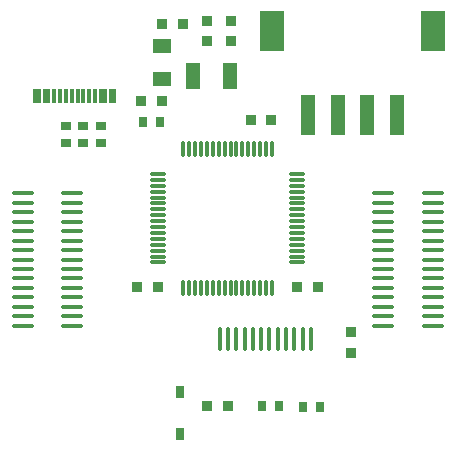
<source format=gbp>
G04*
G04 #@! TF.GenerationSoftware,Altium Limited,Altium Designer,21.2.1 (34)*
G04*
G04 Layer_Color=128*
%FSLAX25Y25*%
%MOIN*%
G70*
G04*
G04 #@! TF.SameCoordinates,1518C732-DF2A-4DFD-9B87-9E54171A1C2B*
G04*
G04*
G04 #@! TF.FilePolarity,Positive*
G04*
G01*
G75*
%ADD17R,0.03800X0.03500*%
%ADD18R,0.03347X0.03150*%
%ADD19R,0.03500X0.03800*%
%ADD20R,0.03150X0.03347*%
%ADD48O,0.01575X0.07874*%
%ADD49R,0.04724X0.08661*%
%ADD50O,0.01181X0.05512*%
%ADD51O,0.05512X0.01181*%
%ADD52O,0.07874X0.01378*%
%ADD53R,0.02953X0.03937*%
%ADD54R,0.05906X0.04724*%
%ADD55R,0.01181X0.04600*%
%ADD56R,0.07874X0.13780*%
%ADD57R,0.04724X0.13780*%
D17*
X48524Y55874D02*
D03*
X55424D02*
D03*
X56874Y117706D02*
D03*
X49974D02*
D03*
X56974Y143606D02*
D03*
X63874D02*
D03*
X93374Y111374D02*
D03*
X86474D02*
D03*
X108774Y55874D02*
D03*
X101874D02*
D03*
X78921Y16001D02*
D03*
X72021D02*
D03*
D18*
X36705Y103890D02*
D03*
Y109638D02*
D03*
X24800Y103890D02*
D03*
Y109638D02*
D03*
X30705Y103890D02*
D03*
Y109638D02*
D03*
D19*
X79874Y144606D02*
D03*
Y137706D02*
D03*
X71874Y144606D02*
D03*
Y137706D02*
D03*
X119874Y40774D02*
D03*
Y33874D02*
D03*
D20*
X56248Y110846D02*
D03*
X50500D02*
D03*
X103724Y15846D02*
D03*
X109473D02*
D03*
X90250Y16001D02*
D03*
X95998D02*
D03*
D48*
X103724Y38638D02*
D03*
X100969D02*
D03*
X92701D02*
D03*
X95457D02*
D03*
X84433D02*
D03*
X87189D02*
D03*
X76165D02*
D03*
X78921D02*
D03*
X106480D02*
D03*
X98213D02*
D03*
X81677D02*
D03*
X89945D02*
D03*
D49*
X79574Y126106D02*
D03*
X67182D02*
D03*
D50*
X63976Y101969D02*
D03*
X65945D02*
D03*
X67913D02*
D03*
X69882D02*
D03*
X71850D02*
D03*
X73819D02*
D03*
X75787D02*
D03*
X77756D02*
D03*
X79724D02*
D03*
X81693D02*
D03*
X83661D02*
D03*
X85630D02*
D03*
X87598D02*
D03*
X89567D02*
D03*
X91535D02*
D03*
X93504D02*
D03*
Y55512D02*
D03*
X91535D02*
D03*
X89567D02*
D03*
X87598D02*
D03*
X85630D02*
D03*
X83661D02*
D03*
X81693D02*
D03*
X79724D02*
D03*
X77756D02*
D03*
X75787D02*
D03*
X73819D02*
D03*
X71850D02*
D03*
X69882D02*
D03*
X67913D02*
D03*
X65945D02*
D03*
X63976D02*
D03*
D51*
X101969Y93504D02*
D03*
Y91535D02*
D03*
Y89567D02*
D03*
Y87598D02*
D03*
Y85630D02*
D03*
Y83661D02*
D03*
Y81693D02*
D03*
Y79724D02*
D03*
Y77756D02*
D03*
Y75787D02*
D03*
Y73819D02*
D03*
Y71850D02*
D03*
Y69882D02*
D03*
Y67913D02*
D03*
Y65945D02*
D03*
Y63976D02*
D03*
X55512D02*
D03*
Y65945D02*
D03*
Y67913D02*
D03*
Y69882D02*
D03*
Y71850D02*
D03*
Y73819D02*
D03*
Y75787D02*
D03*
Y77756D02*
D03*
Y79724D02*
D03*
Y81693D02*
D03*
Y83661D02*
D03*
Y85630D02*
D03*
Y87598D02*
D03*
Y89567D02*
D03*
Y91535D02*
D03*
Y93504D02*
D03*
D52*
X130512Y42913D02*
D03*
Y46063D02*
D03*
Y49213D02*
D03*
Y52362D02*
D03*
Y55512D02*
D03*
Y58661D02*
D03*
Y61811D02*
D03*
Y64961D02*
D03*
Y68110D02*
D03*
Y71260D02*
D03*
Y74410D02*
D03*
Y77559D02*
D03*
Y80709D02*
D03*
Y83858D02*
D03*
Y87008D02*
D03*
X147047Y42913D02*
D03*
Y46063D02*
D03*
Y49213D02*
D03*
Y52362D02*
D03*
Y55512D02*
D03*
Y58661D02*
D03*
Y61811D02*
D03*
Y64961D02*
D03*
Y68110D02*
D03*
Y71260D02*
D03*
Y74410D02*
D03*
Y77559D02*
D03*
Y80709D02*
D03*
Y83858D02*
D03*
Y87008D02*
D03*
X10433Y42913D02*
D03*
Y46063D02*
D03*
Y49213D02*
D03*
Y52362D02*
D03*
Y55512D02*
D03*
Y58661D02*
D03*
Y61811D02*
D03*
Y64961D02*
D03*
Y68110D02*
D03*
Y71260D02*
D03*
Y74410D02*
D03*
Y77559D02*
D03*
Y80709D02*
D03*
Y83858D02*
D03*
Y87008D02*
D03*
X26969Y42913D02*
D03*
Y46063D02*
D03*
Y49213D02*
D03*
Y52362D02*
D03*
Y55512D02*
D03*
Y58661D02*
D03*
Y61811D02*
D03*
Y64961D02*
D03*
Y68110D02*
D03*
Y71260D02*
D03*
Y74410D02*
D03*
Y77559D02*
D03*
Y80709D02*
D03*
Y83858D02*
D03*
Y87008D02*
D03*
D53*
X62992Y20866D02*
D03*
Y6693D02*
D03*
D54*
X56874Y125094D02*
D03*
Y136118D02*
D03*
D55*
X40942Y119606D02*
D03*
X39761D02*
D03*
X37792D02*
D03*
X36611D02*
D03*
X34642D02*
D03*
X32674D02*
D03*
X30705D02*
D03*
X28737D02*
D03*
X26769D02*
D03*
X24800D02*
D03*
X22832D02*
D03*
X20863D02*
D03*
X18895D02*
D03*
X17714D02*
D03*
X15745D02*
D03*
X14564D02*
D03*
D56*
X93496Y141071D02*
D03*
X147252D02*
D03*
D57*
X105610Y112996D02*
D03*
X115453D02*
D03*
X125295D02*
D03*
X135138D02*
D03*
M02*

</source>
